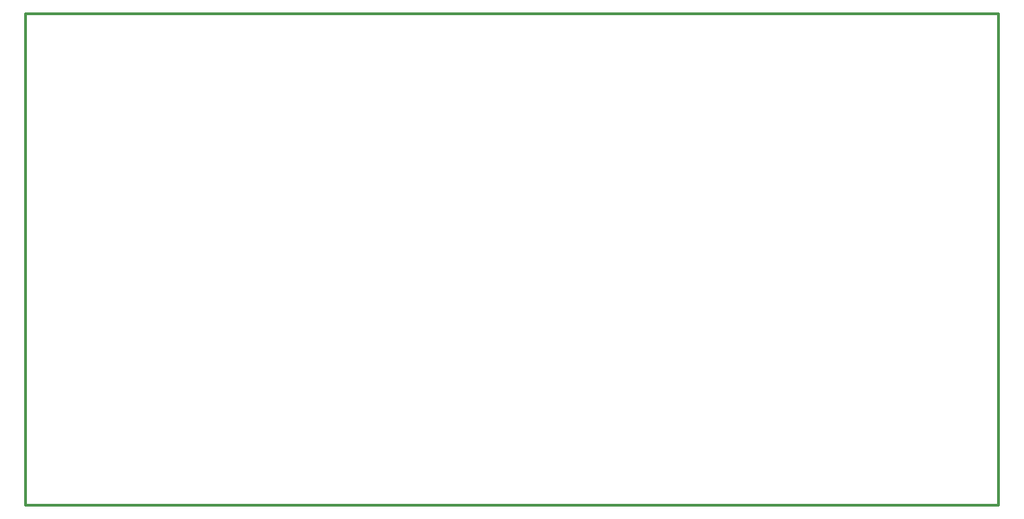
<source format=gko>
%FSLAX44Y44*%
%MOMM*%
G71*
G01*
G75*
G04 Layer_Color=16711935*
%ADD10R,2.4000X3.3000*%
%ADD11R,1.3000X0.5500*%
%ADD12O,0.7500X0.3000*%
%ADD13O,0.3000X0.7500*%
%ADD14R,3.6000X3.6000*%
%ADD15C,0.6530*%
%ADD16C,0.3000*%
%ADD17C,0.2540*%
%ADD18C,1.3000*%
%ADD19C,1.4000*%
%ADD20R,1.5000X1.5000*%
%ADD21C,1.5000*%
%ADD22R,1.5000X1.5000*%
%ADD23C,1.2000*%
%ADD24O,2.5000X1.4000*%
G04:AMPARAMS|DCode=25|XSize=1.52mm|YSize=1.52mm|CornerRadius=0.38mm|HoleSize=0mm|Usage=FLASHONLY|Rotation=270.000|XOffset=0mm|YOffset=0mm|HoleType=Round|Shape=RoundedRectangle|*
%AMROUNDEDRECTD25*
21,1,1.5200,0.7600,0,0,270.0*
21,1,0.7600,1.5200,0,0,270.0*
1,1,0.7600,-0.3800,-0.3800*
1,1,0.7600,-0.3800,0.3800*
1,1,0.7600,0.3800,0.3800*
1,1,0.7600,0.3800,-0.3800*
%
%ADD25ROUNDEDRECTD25*%
%ADD26C,1.5200*%
%ADD27C,1.6500*%
%ADD28C,1.1000*%
%ADD29C,1.2700*%
%ADD30C,0.5000*%
%ADD31C,1.0160*%
%ADD32C,1.7160*%
%ADD33C,1.8660*%
%ADD34C,1.9160*%
%ADD35C,1.7160*%
%ADD36O,2.5160X1.7660*%
%ADD37C,2.0160*%
%ADD38C,0.2000*%
%ADD39C,0.2500*%
%ADD40C,0.2032*%
%ADD41R,2.6032X3.5032*%
%ADD42R,1.5032X0.7532*%
%ADD43O,0.9532X0.5032*%
%ADD44O,0.5032X0.9532*%
%ADD45R,3.8032X3.8032*%
%ADD46C,1.5032*%
%ADD47C,1.6032*%
%ADD48R,1.7032X1.7032*%
%ADD49C,1.7032*%
%ADD50R,1.7032X1.7032*%
%ADD51C,1.4032*%
%ADD52O,2.7032X1.6032*%
G04:AMPARAMS|DCode=53|XSize=1.7232mm|YSize=1.7232mm|CornerRadius=0.4816mm|HoleSize=0mm|Usage=FLASHONLY|Rotation=270.000|XOffset=0mm|YOffset=0mm|HoleType=Round|Shape=RoundedRectangle|*
%AMROUNDEDRECTD53*
21,1,1.7232,0.7600,0,0,270.0*
21,1,0.7600,1.7232,0,0,270.0*
1,1,0.9632,-0.3800,-0.3800*
1,1,0.9632,-0.3800,0.3800*
1,1,0.9632,0.3800,0.3800*
1,1,0.9632,0.3800,-0.3800*
%
%ADD53ROUNDEDRECTD53*%
%ADD54C,1.7232*%
%ADD55C,1.8532*%
%ADD56C,1.3032*%
%ADD57C,1.4732*%
%ADD58C,0.7032*%
D16*
X521000Y775000D02*
X1715000D01*
Y1379000D01*
X521000D02*
X1715000D01*
X521000Y775000D02*
Y1379000D01*
M02*

</source>
